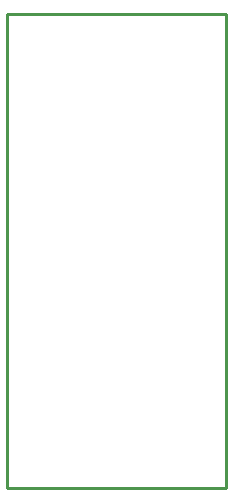
<source format=gko>
G04*
G04 #@! TF.GenerationSoftware,Altium Limited,Altium Designer,19.0.10 (269)*
G04*
G04 Layer_Color=16711935*
%FSLAX44Y44*%
%MOMM*%
G71*
G01*
G75*
%ADD12C,0.2540*%
D12*
X-0Y401320D02*
X0Y0D01*
X-0Y401320D02*
X185420D01*
Y0D02*
Y401320D01*
X0Y0D02*
X185420D01*
M02*

</source>
